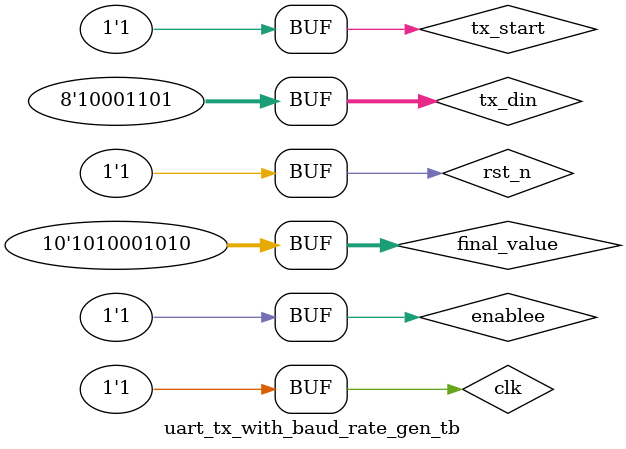
<source format=v>
`timescale 1ns/1ps
module uart_tx_with_baud_rate_gen_tb;
parameter width=10,DBIT=8;

reg clk,rst_n;
reg [width-1:0]final_value;
reg [DBIT-1:0]tx_din;
reg tx_start;
reg enablee;
wire tx;
wire tx_done_tick;          


uart_tx_with_baud_rate_generator #(.width(width),.DBIT(DBIT)) dut (
.clk(clk),
.rst_n(rst_n),            
.final_value(final_value),
.tx_din(tx_din),       
.tx_start(tx_start),              
.enablee(enablee),                
.tx(tx),                   
.tx_done_tick(tx_done_tick)              
);

localparam T=10;
always
begin
  clk=0;
  #(T/2);
  clk=1;
  #(T/2);
end

initial 
begin
  rst_n=0;
  #5
  rst_n=1;
end
 
initial 
begin
  tx_start=0;
  #10
  tx_start=1;
end


initial 
begin
enablee=1;
final_value=650;           
tx_din=8'b1000_1101;
end 

  
endmodule







</source>
